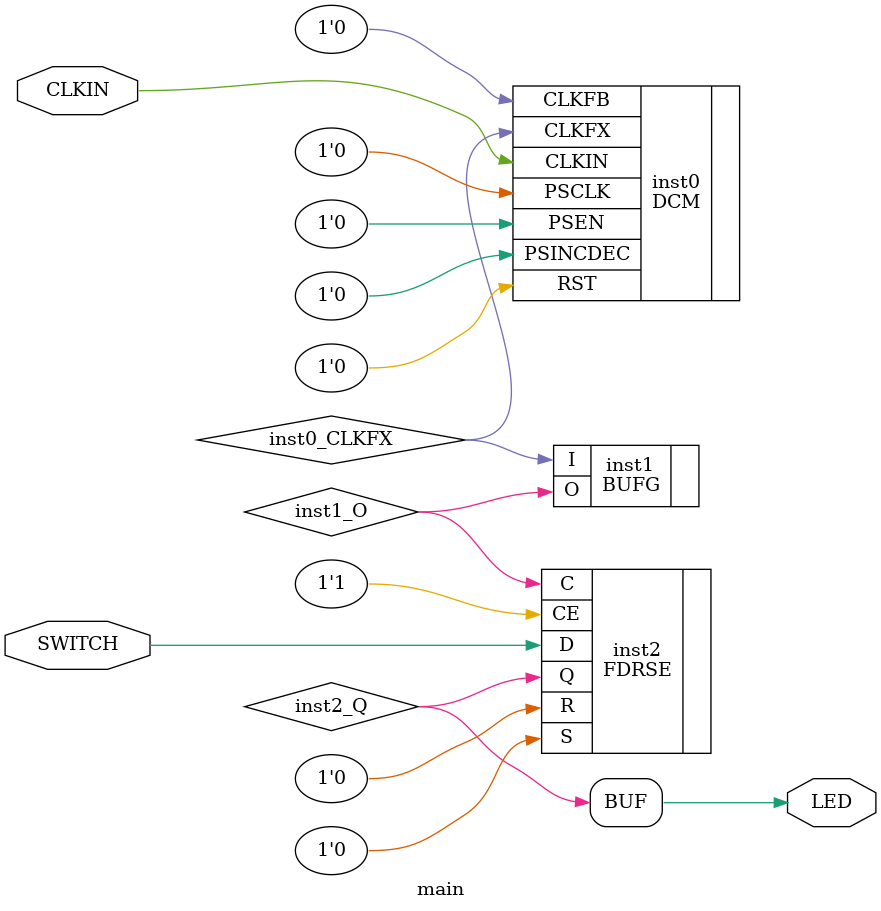
<source format=v>
module main (output  LED, input  SWITCH, input  CLKIN);
wire  inst0_CLKFX;
wire  inst1_O;
wire  inst2_Q;
DCM #(.STARTUP_WAIT("FALSE"),
.DUTY_CYCLE_CORRECTION("FALSE"),
.CLKFX_MULTIPLY(2),
.CLK_FEEDBACK("NONE"),
.CLKFX_DIVIDE(1)) inst0 (.CLKIN(CLKIN), .CLKFB(1'b0), .PSCLK(1'b0), .PSEN(1'b0), .PSINCDEC(1'b0), .RST(1'b0), .CLKFX(inst0_CLKFX));
BUFG inst1 (.I(inst0_CLKFX), .O(inst1_O));
FDRSE #(.INIT(1'h0)) inst2 (.C(inst1_O), .CE(1'b1), .R(1'b0), .S(1'b0), .D(SWITCH), .Q(inst2_Q));
assign LED = inst2_Q;
endmodule


</source>
